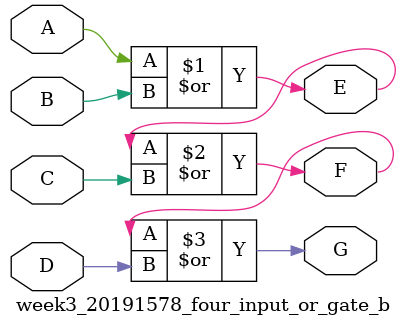
<source format=v>
`timescale 1ns / 1ps


module week3_20191578_four_input_or_gate_b(
    input A,
    input B,
    input C,
    input D,
    output E,
    output F,
    output G
    );
    
    assign E = A | B;
    assign F = E | C;
    assign G = F | D;
    
endmodule

</source>
